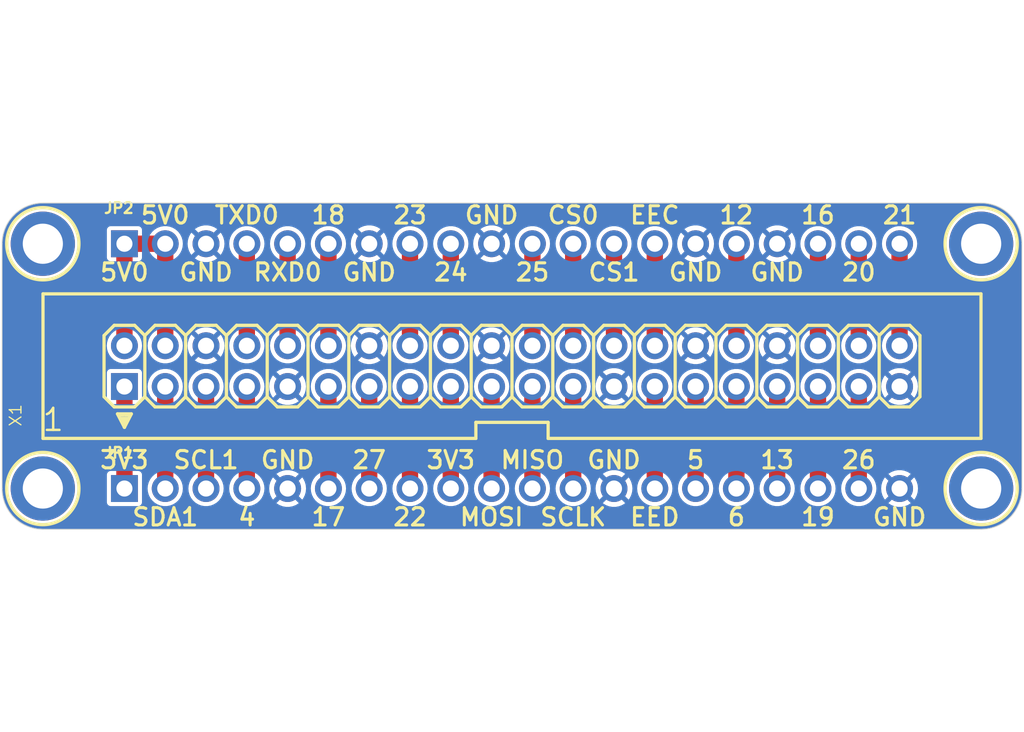
<source format=kicad_pcb>
(kicad_pcb (version 20221018) (generator pcbnew)
  (layers (0 "F.Cu" signal) (31 "B.Cu" signal) (34 "B.Paste" user) (35 "F.Paste" user) (36 "B.SilkS" user "B.Silkscreen") (37 "F.SilkS" user "F.Silkscreen") (38 "B.Mask" user) (39 "F.Mask" user) (44 "Edge.Cuts" user))
  (net 0 "")
  (net 1 "N$1")
  (net 2 "N$4")
  (net 3 "N$5")
  (net 4 "N$6")
  (net 5 "N$8")
  (net 6 "N$9")
  (net 7 "N$11")
  (net 8 "N$12")
  (net 9 "N$13")
  (net 10 "N$14")
  (net 11 "N$16")
  (net 12 "N$18")
  (net 13 "N$19")
  (net 14 "N$20")
  (net 15 "N$21")
  (net 16 "N$22")
  (net 17 "N$23")
  (net 18 "N$24")
  (net 19 "N$26")
  (net 20 "N$27")
  (net 21 "N$28")
  (net 22 "N$29")
  (net 23 "N$30")
  (net 24 "N$31")
  (net 25 "N$32")
  (net 26 "N$34")
  (net 27 "N$35")
  (net 28 "N$36")
  (net 29 "N$37")
  (net 30 "N$38")
  (net 31 "N$39")
  (net 32 "GND")
  (footprint "working:MOUNTINGHOLE_2.5_PLATED_THICK" (layer "F.Cu") (at 177.7111 97.3836)
    (fp_text reference "U$2" hide)
    (fp_text value "MOUNTINGHOLE2.5_THICK" hide)
    (fp_circle (center 0 0) (end 2.25 0) (stroke (width 0.2032)) (fill none) (layer "F.SilkS"))
    (pad "P$1" thru_hole circle (at 0 0) (size 4 4) (drill 2.5) (layers "*.Cu" "*.Mask"))
    (zone (net 0) (net_name "") (layer "B.Cu") (connect_pads (clearance 0)) (min_thickness 0.25)
      (keepout (tracks not_allowed) (vias not_allowed) (pads not_allowed) (copperpour not_allowed) (footprints allowed))
      (fill (thermal_gap 0.5) (thermal_bridge_width 0.5))
      (polygon (pts (xy 179.9771 97.3836) (xy 179.956882 97.081572) (xy 179.896587 96.784933) (xy 179.797293 96.498978) (xy 179.66077 96.228809) (xy 179.489455 95.979247) (xy 179.286406 95.754746) (xy 179.055245 95.559311) (xy 178.800098 95.396431) (xy 178.525518 95.269013) (xy 178.236404 95.179329) (xy 177.937917 95.12898) (xy 177.635382 95.118865) (xy 177.334198 95.149165) (xy 177.03974 95.219338) (xy 176.757262 95.328132) (xy 176.491805 95.473606) (xy 176.248107 95.653164) (xy 176.030516 95.863602) (xy 175.842915 96.101164) (xy 175.688652 96.361611) (xy 175.57048 96.640296) (xy 175.490507 96.932245) (xy 175.45016 97.232248) (xy 175.45016 97.534952) (xy 175.490507 97.834955) (xy 175.57048 98.126904) (xy 175.688652 98.405589) (xy 175.842915 98.666036) (xy 176.030516 98.903598) (xy 176.248107 99.114036) (xy 176.491805 99.293594) (xy 176.757262 99.439068) (xy 177.03974 99.547862) (xy 177.334198 99.618035) (xy 177.635382 99.648335) (xy 177.937917 99.63822) (xy 178.236404 99.587871) (xy 178.525518 99.498187) (xy 178.800098 99.370769) (xy 179.055245 99.207889) (xy 179.286406 99.012454) (xy 179.489455 98.787953) (xy 179.66077 98.538391) (xy 179.797293 98.268222) (xy 179.896587 97.982267) (xy 179.956882 97.685628)))
      (polygon (pts (xy 177.9451 97.3836) (xy 177.92487 97.288424) (xy 177.867677 97.209704) (xy 177.78341 97.161053) (xy 177.68664 97.150882) (xy 177.5941 97.18095) (xy 177.52179 97.246058) (xy 177.482213 97.334949) (xy 177.482213 97.432251) (xy 177.52179 97.521142) (xy 177.5941 97.58625) (xy 177.68664 97.616318) (xy 177.78341 97.606147) (xy 177.867677 97.557496) (xy 177.92487 97.478776)))
    )
  )
  (footprint "working:MOUNTINGHOLE_2.5_PLATED_THICK" (layer "F.Cu") (at 119.2911 97.3836)
    (fp_text reference "U$1" hide)
    (fp_text value "MOUNTINGHOLE2.5_THICK" hide)
    (fp_circle (center 0 0) (end 2.25 0) (stroke (width 0.2032)) (fill none) (layer "F.SilkS"))
    (pad "P$1" thru_hole circle (at 0 0) (size 4 4) (drill 2.5) (layers "*.Cu" "*.Mask"))
    (zone (net 0) (net_name "") (layer "B.Cu") (connect_pads (clearance 0)) (min_thickness 0.25)
      (keepout (tracks not_allowed) (vias not_allowed) (pads not_allowed) (copperpour not_allowed) (footprints allowed))
      (fill (thermal_gap 0.5) (thermal_bridge_width 0.5))
      (polygon (pts (xy 121.5571 97.3836) (xy 121.536882 97.081572) (xy 121.476587 96.784933) (xy 121.377293 96.498978) (xy 121.24077 96.228809) (xy 121.069455 95.979247) (xy 120.866406 95.754746) (xy 120.635245 95.559311) (xy 120.380098 95.396431) (xy 120.105518 95.269013) (xy 119.816404 95.179329) (xy 119.517917 95.12898) (xy 119.215382 95.118865) (xy 118.914198 95.149165) (xy 118.61974 95.219338) (xy 118.337262 95.328132) (xy 118.071805 95.473606) (xy 117.828107 95.653164) (xy 117.610516 95.863602) (xy 117.422915 96.101164) (xy 117.268652 96.361611) (xy 117.15048 96.640296) (xy 117.070507 96.932245) (xy 117.03016 97.232248) (xy 117.03016 97.534952) (xy 117.070507 97.834955) (xy 117.15048 98.126904) (xy 117.268652 98.405589) (xy 117.422915 98.666036) (xy 117.610516 98.903598) (xy 117.828107 99.114036) (xy 118.071805 99.293594) (xy 118.337262 99.439068) (xy 118.61974 99.547862) (xy 118.914198 99.618035) (xy 119.215382 99.648335) (xy 119.517917 99.63822) (xy 119.816404 99.587871) (xy 120.105518 99.498187) (xy 120.380098 99.370769) (xy 120.635245 99.207889) (xy 120.866406 99.012454) (xy 121.069455 98.787953) (xy 121.24077 98.538391) (xy 121.377293 98.268222) (xy 121.476587 97.982267) (xy 121.536882 97.685628)))
      (polygon (pts (xy 119.5251 97.3836) (xy 119.50487 97.288424) (xy 119.447677 97.209704) (xy 119.36341 97.161053) (xy 119.26664 97.150882) (xy 119.1741 97.18095) (xy 119.10179 97.246058) (xy 119.062213 97.334949) (xy 119.062213 97.432251) (xy 119.10179 97.521142) (xy 119.1741 97.58625) (xy 119.26664 97.616318) (xy 119.36341 97.606147) (xy 119.447677 97.557496) (xy 119.50487 97.478776)))
    )
  )
  (footprint "working:MOUNTINGHOLE_2.5_PLATED_THICK" (layer "F.Cu") (at 119.2911 112.6236)
    (fp_text reference "U$3" hide)
    (fp_text value "MOUNTINGHOLE2.5_THICK" hide)
    (fp_circle (center 0 0) (end 2.25 0) (stroke (width 0.2032)) (fill none) (layer "F.SilkS"))
    (pad "P$1" thru_hole circle (at 0 0) (size 4 4) (drill 2.5) (layers "*.Cu" "*.Mask"))
    (zone (net 0) (net_name "") (layer "B.Cu") (connect_pads (clearance 0)) (min_thickness 0.25)
      (keepout (tracks not_allowed) (vias not_allowed) (pads not_allowed) (copperpour not_allowed) (footprints allowed))
      (fill (thermal_gap 0.5) (thermal_bridge_width 0.5))
      (polygon (pts (xy 121.5571 112.6236) (xy 121.536882 112.321572) (xy 121.476587 112.024933) (xy 121.377293 111.738978) (xy 121.24077 111.468809) (xy 121.069455 111.219247) (xy 120.866406 110.994746) (xy 120.635245 110.799311) (xy 120.380098 110.636431) (xy 120.105518 110.509013) (xy 119.816404 110.419329) (xy 119.517917 110.36898) (xy 119.215382 110.358865) (xy 118.914198 110.389165) (xy 118.61974 110.459338) (xy 118.337262 110.568132) (xy 118.071805 110.713606) (xy 117.828107 110.893164) (xy 117.610516 111.103602) (xy 117.422915 111.341164) (xy 117.268652 111.601611) (xy 117.15048 111.880296) (xy 117.070507 112.172245) (xy 117.03016 112.472248) (xy 117.03016 112.774952) (xy 117.070507 113.074955) (xy 117.15048 113.366904) (xy 117.268652 113.645589) (xy 117.422915 113.906036) (xy 117.610516 114.143598) (xy 117.828107 114.354036) (xy 118.071805 114.533594) (xy 118.337262 114.679068) (xy 118.61974 114.787862) (xy 118.914198 114.858035) (xy 119.215382 114.888335) (xy 119.517917 114.87822) (xy 119.816404 114.827871) (xy 120.105518 114.738187) (xy 120.380098 114.610769) (xy 120.635245 114.447889) (xy 120.866406 114.252454) (xy 121.069455 114.027953) (xy 121.24077 113.778391) (xy 121.377293 113.508222) (xy 121.476587 113.222267) (xy 121.536882 112.925628)))
      (polygon (pts (xy 119.5251 112.6236) (xy 119.50487 112.528424) (xy 119.447677 112.449704) (xy 119.36341 112.401053) (xy 119.26664 112.390882) (xy 119.1741 112.42095) (xy 119.10179 112.486058) (xy 119.062213 112.574949) (xy 119.062213 112.672251) (xy 119.10179 112.761142) (xy 119.1741 112.82625) (xy 119.26664 112.856318) (xy 119.36341 112.846147) (xy 119.447677 112.797496) (xy 119.50487 112.718776)))
    )
  )
  (footprint "working:RASPBERRYPI_B+_IDC" (layer "F.Cu") (at 148.5011 105.0036 90)
    (fp_text reference "X1" (at -3.81 -30.48 90) (layer "F.SilkS") (effects (font (size 0.73152 0.73152) (thickness 0.08128)) (justify left bottom)))
    (fp_text value "")
    (fp_text user "1" (at -2.54 -27.813 180) (layer "F.SilkS") (effects (font (size 1.3716 1.3716) (thickness 0.1524)) (justify right top)))
    (fp_line (start -4.5 -29.2) (end -4.5 -2.25) (stroke (width 0.2032)) (layer "F.SilkS"))
    (fp_line (start -4.5 -2.25) (end -3.5 -2.25) (stroke (width 0.2032)) (layer "F.SilkS"))
    (fp_line (start -4.5 2.25) (end -4.5 29.2) (stroke (width 0.2032)) (layer "F.SilkS"))
    (fp_line (start -3.81 -24.13) (end -3.556 -24.13) (stroke (width 0.2032)) (layer "F.SilkS"))
    (fp_line (start -3.81 -24.13) (end -2.9718 -24.5618) (stroke (width 0.2032)) (layer "F.SilkS"))
    (fp_line (start -3.5 -2.25) (end -3.5 2.25) (stroke (width 0.2032)) (layer "F.SilkS"))
    (fp_line (start -3.5 2.25) (end -4.5 2.25) (stroke (width 0.2032)) (layer "F.SilkS"))
    (fp_line (start -2.9718 -24.5618) (end -2.9718 -23.6982) (stroke (width 0.2032)) (layer "F.SilkS"))
    (fp_line (start -2.9718 -23.6982) (end -3.81 -24.13) (stroke (width 0.2032)) (layer "F.SilkS"))
    (fp_line (start -2.54 -24.765) (end -2.54 -23.495) (stroke (width 0.2032)) (layer "F.SilkS"))
    (fp_line (start -2.54 -23.495) (end -1.905 -22.86) (stroke (width 0.2032)) (layer "F.SilkS"))
    (fp_line (start -2.54 -22.225) (end -2.54 -20.955) (stroke (width 0.2032)) (layer "F.SilkS"))
    (fp_line (start -2.54 -20.955) (end -1.905 -20.32) (stroke (width 0.2032)) (layer "F.SilkS"))
    (fp_line (start -2.54 -19.685) (end -2.54 -18.415) (stroke (width 0.2032)) (layer "F.SilkS"))
    (fp_line (start -2.54 -18.415) (end -1.905 -17.78) (stroke (width 0.2032)) (layer "F.SilkS"))
    (fp_line (start -2.54 -17.145) (end -2.54 -15.875) (stroke (width 0.2032)) (layer "F.SilkS"))
    (fp_line (start -2.54 -15.875) (end -1.905 -15.24) (stroke (width 0.2032)) (layer "F.SilkS"))
    (fp_line (start -2.54 -14.605) (end -2.54 -13.335) (stroke (width 0.2032)) (layer "F.SilkS"))
    (fp_line (start -2.54 -13.335) (end -1.905 -12.7) (stroke (width 0.2032)) (layer "F.SilkS"))
    (fp_line (start -2.54 -12.065) (end -2.54 -10.795) (stroke (width 0.2032)) (layer "F.SilkS"))
    (fp_line (start -2.54 -10.795) (end -1.905 -10.16) (stroke (width 0.2032)) (layer "F.SilkS"))
    (fp_line (start -2.54 -8.255) (end -2.54 -9.525) (stroke (width 0.2032)) (layer "F.SilkS"))
    (fp_line (start -2.54 -5.715) (end -2.54 -6.985) (stroke (width 0.2032)) (layer "F.SilkS"))
    (fp_line (start -2.54 -3.175) (end -2.54 -4.445) (stroke (width 0.2032)) (layer "F.SilkS"))
    (fp_line (start -2.54 -0.635) (end -2.54 -1.905) (stroke (width 0.2032)) (layer "F.SilkS"))
    (fp_line (start -2.54 1.905) (end -2.54 0.635) (stroke (width 0.2032)) (layer "F.SilkS"))
    (fp_line (start -2.54 4.445) (end -2.54 3.175) (stroke (width 0.2032)) (layer "F.SilkS"))
    (fp_line (start -2.54 6.985) (end -2.54 5.715) (stroke (width 0.2032)) (layer "F.SilkS"))
    (fp_line (start -2.54 9.525) (end -2.54 8.255) (stroke (width 0.2032)) (layer "F.SilkS"))
    (fp_line (start -2.54 12.065) (end -2.54 10.795) (stroke (width 0.2032)) (layer "F.SilkS"))
    (fp_line (start -2.54 14.605) (end -2.54 13.335) (stroke (width 0.2032)) (layer "F.SilkS"))
    (fp_line (start -2.54 17.145) (end -2.54 15.875) (stroke (width 0.2032)) (layer "F.SilkS"))
    (fp_line (start -2.54 19.685) (end -2.54 18.415) (stroke (width 0.2032)) (layer "F.SilkS"))
    (fp_line (start -2.54 22.225) (end -2.54 20.955) (stroke (width 0.2032)) (layer "F.SilkS"))
    (fp_line (start -2.54 24.765) (end -2.54 23.495) (stroke (width 0.2032)) (layer "F.SilkS"))
    (fp_line (start -1.905 -25.4) (end -2.54 -24.765) (stroke (width 0.2032)) (layer "F.SilkS"))
    (fp_line (start -1.905 -25.4) (end 1.905 -25.4) (stroke (width 0.2032)) (layer "F.SilkS"))
    (fp_line (start -1.905 -22.86) (end -2.54 -22.225) (stroke (width 0.2032)) (layer "F.SilkS"))
    (fp_line (start -1.905 -20.32) (end -2.54 -19.685) (stroke (width 0.2032)) (layer "F.SilkS"))
    (fp_line (start -1.905 -17.78) (end -2.54 -17.145) (stroke (width 0.2032)) (layer "F.SilkS"))
    (fp_line (start -1.905 -15.24) (end -2.54 -14.605) (stroke (width 0.2032)) (layer "F.SilkS"))
    (fp_line (start -1.905 -12.7) (end -2.54 -12.065) (stroke (width 0.2032)) (layer "F.SilkS"))
    (fp_line (start -1.905 -10.16) (end -2.54 -9.525) (stroke (width 0.2032)) (layer "F.SilkS"))
    (fp_line (start -1.905 -7.62) (end -2.54 -8.255) (stroke (width 0.2032)) (layer "F.SilkS"))
    (fp_line (start -1.905 -7.62) (end -2.54 -6.985) (stroke (width 0.2032)) (layer "F.SilkS"))
    (fp_line (start -1.905 -5.08) (end -2.54 -5.715) (stroke (width 0.2032)) (layer "F.SilkS"))
    (fp_line (start -1.905 -5.08) (end -2.54 -4.445) (stroke (width 0.2032)) (layer "F.SilkS"))
    (fp_line (start -1.905 -2.54) (end -2.54 -3.175) (stroke (width 0.2032)) (layer "F.SilkS"))
    (fp_line (start -1.905 -2.54) (end -2.54 -1.905) (stroke (width 0.2032)) (layer "F.SilkS"))
    (fp_line (start -1.905 0) (end -2.54 -0.635) (stroke (width 0.2032)) (layer "F.SilkS"))
    (fp_line (start -1.905 0) (end -2.54 0.635) (stroke (width 0.2032)) (layer "F.SilkS"))
    (fp_line (start -1.905 2.54) (end -2.54 1.905) (stroke (width 0.2032)) (layer "F.SilkS"))
    (fp_line (start -1.905 2.54) (end -2.54 3.175) (stroke (width 0.2032)) (layer "F.SilkS"))
    (fp_line (start -1.905 5.08) (end -2.54 4.445) (stroke (width 0.2032)) (layer "F.SilkS"))
    (fp_line (start -1.905 5.08) (end -2.54 5.715) (stroke (width 0.2032)) (layer "F.SilkS"))
    (fp_line (start -1.905 7.62) (end -2.54 6.985) (stroke (width 0.2032)) (layer "F.SilkS"))
    (fp_line (start -1.905 7.62) (end -2.54 8.255) (stroke (width 0.2032)) (layer "F.SilkS"))
    (fp_line (start -1.905 10.16) (end -2.54 9.525) (stroke (width 0.2032)) (layer "F.SilkS"))
    (fp_line (start -1.905 10.16) (end -2.54 10.795) (stroke (width 0.2032)) (layer "F.SilkS"))
    (fp_line (start -1.905 12.7) (end -2.54 12.065) (stroke (width 0.2032)) (layer "F.SilkS"))
    (fp_line (start -1.905 12.7) (end -2.54 13.335) (stroke (width 0.2032)) (layer "F.SilkS"))
    (fp_line (start -1.905 15.24) (end -2.54 14.605) (stroke (width 0.2032)) (layer "F.SilkS"))
    (fp_line (start -1.905 15.24) (end -2.54 15.875) (stroke (width 0.2032)) (layer "F.SilkS"))
    (fp_line (start -1.905 17.78) (end -2.54 17.145) (stroke (width 0.2032)) (layer "F.SilkS"))
    (fp_line (start -1.905 17.78) (end -2.54 18.415) (stroke (width 0.2032)) (layer "F.SilkS"))
    (fp_line (start -1.905 20.32) (end -2.54 19.685) (stroke (width 0.2032)) (layer "F.SilkS"))
    (fp_line (start -1.905 20.32) (end -2.54 20.955) (stroke (width 0.2032)) (layer "F.SilkS"))
    (fp_line (start -1.905 22.86) (end -2.54 22.225) (stroke (width 0.2032)) (layer "F.SilkS"))
    (fp_line (start -1.905 22.86) (end -2.54 23.495) (stroke (width 0.2032)) (layer "F.SilkS"))
    (fp_line (start -1.905 25.4) (end -2.54 24.765) (stroke (width 0.2032)) (layer "F.SilkS"))
    (fp_line (start 1.905 -25.4) (end 2.54 -24.765) (stroke (width 0.2032)) (layer "F.SilkS"))
    (fp_line (start 1.905 -22.86) (end -1.905 -22.86) (stroke (width 0.2032)) (layer "F.SilkS"))
    (fp_line (start 1.905 -22.86) (end 2.54 -22.225) (stroke (width 0.2032)) (layer "F.SilkS"))
    (fp_line (start 1.905 -20.32) (end -1.905 -20.32) (stroke (width 0.2032)) (layer "F.SilkS"))
    (fp_line (start 1.905 -20.32) (end 2.54 -19.685) (stroke (width 0.2032)) (layer "F.SilkS"))
    (fp_line (start 1.905 -17.78) (end -1.905 -17.78) (stroke (width 0.2032)) (layer "F.SilkS"))
    (fp_line (start 1.905 -17.78) (end 2.54 -17.145) (stroke (width 0.2032)) (layer "F.SilkS"))
    (fp_line (start 1.905 -15.24) (end -1.905 -15.24) (stroke (width 0.2032)) (layer "F.SilkS"))
    (fp_line (start 1.905 -15.24) (end 2.54 -14.605) (stroke (width 0.2032)) (layer "F.SilkS"))
    (fp_line (start 1.905 -12.7) (end -1.905 -12.7) (stroke (width 0.2032)) (layer "F.SilkS"))
    (fp_line (start 1.905 -12.7) (end 2.54 -12.065) (stroke (width 0.2032)) (layer "F.SilkS"))
    (fp_line (start 1.905 -10.16) (end -1.905 -10.16) (stroke (width 0.2032)) (layer "F.SilkS"))
    (fp_line (start 1.905 -10.16) (end 2.54 -9.525) (stroke (width 0.2032)) (layer "F.SilkS"))
    (fp_line (start 1.905 -7.62) (end -1.905 -7.62) (stroke (width 0.2032)) (layer "F.SilkS"))
    (fp_line (start 1.905 -7.62) (end 2.54 -6.985) (stroke (width 0.2032)) (layer "F.SilkS"))
    (fp_line (start 1.905 -5.08) (end -1.905 -5.08) (stroke (width 0.2032)) (layer "F.SilkS"))
    (fp_line (start 1.905 -5.08) (end 2.54 -4.445) (stroke (width 0.2032)) (layer "F.SilkS"))
    (fp_line (start 1.905 -2.54) (end -1.905 -2.54) (stroke (width 0.2032)) (layer "F.SilkS"))
    (fp_line (start 1.905 -2.54) (end 2.54 -1.905) (stroke (width 0.2032)) (layer "F.SilkS"))
    (fp_line (start 1.905 0) (end -1.905 0) (stroke (width 0.2032)) (layer "F.SilkS"))
    (fp_line (start 1.905 0) (end 2.54 0.635) (stroke (width 0.2032)) (layer "F.SilkS"))
    (fp_line (start 1.905 2.54) (end -1.905 2.54) (stroke (width 0.2032)) (layer "F.SilkS"))
    (fp_line (start 1.905 2.54) (end 2.54 3.175) (stroke (width 0.2032)) (layer "F.SilkS"))
    (fp_line (start 1.905 5.08) (end -1.905 5.08) (stroke (width 0.2032)) (layer "F.SilkS"))
    (fp_line (start 1.905 5.08) (end 2.54 4.445) (stroke (width 0.2032)) (layer "F.SilkS"))
    (fp_line (start 1.905 5.08) (end 2.54 5.715) (stroke (width 0.2032)) (layer "F.SilkS"))
    (fp_line (start 1.905 7.62) (end -1.905 7.62) (stroke (width 0.2032)) (layer "F.SilkS"))
    (fp_line (start 1.905 7.62) (end 2.54 8.255) (stroke (width 0.2032)) (layer "F.SilkS"))
    (fp_line (start 1.905 10.16) (end -1.905 10.16) (stroke (width 0.2032)) (layer "F.SilkS"))
    (fp_line (start 1.905 10.16) (end 2.54 10.795) (stroke (width 0.2032)) (layer "F.SilkS"))
    (fp_line (start 1.905 12.7) (end -1.905 12.7) (stroke (width 0.2032)) (layer "F.SilkS"))
    (fp_line (start 1.905 12.7) (end 2.54 13.335) (stroke (width 0.2032)) (layer "F.SilkS"))
    (fp_line (start 1.905 15.24) (end -1.905 15.24) (stroke (width 0.2032)) (layer "F.SilkS"))
    (fp_line (start 1.905 15.24) (end 2.54 15.875) (stroke (width 0.2032)) (layer "F.SilkS"))
    (fp_line (start 1.905 17.78) (end -1.905 17.78) (stroke (width 0.2032)) (layer "F.SilkS"))
    (fp_line (start 1.905 17.78) (end 2.54 18.415) (stroke (width 0.2032)) (layer "F.SilkS"))
    (fp_line (start 1.905 20.32) (end -1.905 20.32) (stroke (width 0.2032)) (layer "F.SilkS"))
    (fp_line (start 1.905 20.32) (end 2.54 20.955) (stroke (width 0.2032)) (layer "F.SilkS"))
    (fp_line (start 1.905 22.86) (end -1.905 22.86) (stroke (width 0.2032)) (layer "F.SilkS"))
    (fp_line (start 1.905 22.86) (end 2.54 23.495) (stroke (width 0.2032)) (layer "F.SilkS"))
    (fp_line (start 1.905 25.4) (end -1.905 25.4) (stroke (width 0.2032)) (layer "F.SilkS"))
    (fp_line (start 2.54 -24.765) (end 2.54 -23.495) (stroke (width 0.2032)) (layer "F.SilkS"))
    (fp_line (start 2.54 -23.495) (end 1.905 -22.86) (stroke (width 0.2032)) (layer "F.SilkS"))
    (fp_line (start 2.54 -22.225) (end 2.54 -20.955) (stroke (width 0.2032)) (layer "F.SilkS"))
    (fp_line (start 2.54 -20.955) (end 1.905 -20.32) (stroke (width 0.2032)) (layer "F.SilkS"))
    (fp_line (start 2.54 -19.685) (end 2.54 -18.415) (stroke (width 0.2032)) (layer "F.SilkS"))
    (fp_line (start 2.54 -18.415) (end 1.905 -17.78) (stroke (width 0.2032)) (layer "F.SilkS"))
    (fp_line (start 2.54 -17.145) (end 2.54 -15.875) (stroke (width 0.2032)) (layer "F.SilkS"))
    (fp_line (start 2.54 -15.875) (end 1.905 -15.24) (stroke (width 0.2032)) (layer "F.SilkS"))
    (fp_line (start 2.54 -14.605) (end 2.54 -13.335) (stroke (width 0.2032)) (layer "F.SilkS"))
    (fp_line (start 2.54 -13.335) (end 1.905 -12.7) (stroke (width 0.2032)) (layer "F.SilkS"))
    (fp_line (start 2.54 -12.065) (end 2.54 -10.795) (stroke (width 0.2032)) (layer "F.SilkS"))
    (fp_line (start 2.54 -10.795) (end 1.905 -10.16) (stroke (width 0.2032)) (layer "F.SilkS"))
    (fp_line (start 2.54 -9.525) (end 2.54 -8.255) (stroke (width 0.2032)) (layer "F.SilkS"))
    (fp_line (start 2.54 -8.255) (end 1.905 -7.62) (stroke (width 0.2032)) (layer "F.SilkS"))
    (fp_line (start 2.54 -6.985) (end 2.54 -5.715) (stroke (width 0.2032)) (layer "F.SilkS"))
    (fp_line (start 2.54 -5.715) (end 1.905 -5.08) (stroke (width 0.2032)) (layer "F.SilkS"))
    (fp_line (start 2.54 -4.445) (end 2.54 -3.175) (stroke (width 0.2032)) (layer "F.SilkS"))
    (fp_line (start 2.54 -3.175) (end 1.905 -2.54) (stroke (width 0.2032)) (layer "F.SilkS"))
    (fp_line (start 2.54 -1.905) (end 2.54 -0.635) (stroke (width 0.2032)) (layer "F.SilkS"))
    (fp_line (start 2.54 -0.635) (end 1.905 0) (stroke (width 0.2032)) (layer "F.SilkS"))
    (fp_line (start 2.54 0.635) (end 2.54 1.905) (stroke (width 0.2032)) (layer "F.SilkS"))
    (fp_line (start 2.54 1.905) (end 1.905 2.54) (stroke (width 0.2032)) (layer "F.SilkS"))
    (fp_line (start 2.54 3.175) (end 2.54 4.445) (stroke (width 0.2032)) (layer "F.SilkS"))
    (fp_line (start 2.54 6.985) (end 1.905 7.62) (stroke (width 0.2032)) (layer "F.SilkS"))
    (fp_line (start 2.54 6.985) (end 2.54 5.715) (stroke (width 0.2032)) (layer "F.SilkS"))
    (fp_line (start 2.54 9.525) (end 1.905 10.16) (stroke (width 0.2032)) (layer "F.SilkS"))
    (fp_line (start 2.54 9.525) (end 2.54 8.255) (stroke (width 0.2032)) (layer "F.SilkS"))
    (fp_line (start 2.54 12.065) (end 1.905 12.7) (stroke (width 0.2032)) (layer "F.SilkS"))
    (fp_line (start 2.54 12.065) (end 2.54 10.795) (stroke (width 0.2032)) (layer "F.SilkS"))
    (fp_line (start 2.54 14.605) (end 1.905 15.24) (stroke (width 0.2032)) (layer "F.SilkS"))
    (fp_line (start 2.54 14.605) (end 2.54 13.335) (stroke (width 0.2032)) (layer "F.SilkS"))
    (fp_line (start 2.54 17.145) (end 1.905 17.78) (stroke (width 0.2032)) (layer "F.SilkS"))
    (fp_line (start 2.54 17.145) (end 2.54 15.875) (stroke (width 0.2032)) (layer "F.SilkS"))
    (fp_line (start 2.54 19.685) (end 1.905 20.32) (stroke (width 0.2032)) (layer "F.SilkS"))
    (fp_line (start 2.54 19.685) (end 2.54 18.415) (stroke (width 0.2032)) (layer "F.SilkS"))
    (fp_line (start 2.54 22.225) (end 1.905 22.86) (stroke (width 0.2032)) (layer "F.SilkS"))
    (fp_line (start 2.54 22.225) (end 2.54 20.955) (stroke (width 0.2032)) (layer "F.SilkS"))
    (fp_line (start 2.54 24.765) (end 1.905 25.4) (stroke (width 0.2032)) (layer "F.SilkS"))
    (fp_line (start 2.54 24.765) (end 2.54 23.495) (stroke (width 0.2032)) (layer "F.SilkS"))
    (fp_line (start 4.5 -29.2) (end -4.5 -29.2) (stroke (width 0.2032)) (layer "F.SilkS"))
    (fp_line (start 4.5 29.2) (end -4.5 29.2) (stroke (width 0.2032)) (layer "F.SilkS"))
    (fp_line (start 4.5 29.2) (end 4.5 -29.2) (stroke (width 0.2032)) (layer "F.SilkS"))
    (fp_poly (pts (xy -3.6068 -24.257) (xy -3.6068 -24.003) (xy -3.3528 -24.003) (xy -3.3528 -24.257)) (fill solid) (layer "F.SilkS"))
    (fp_poly (pts (xy -3.4036 -24.384) (xy -3.4036 -23.876) (xy -3.1496 -23.876) (xy -3.1496 -24.384)) (fill solid) (layer "F.SilkS"))
    (fp_poly (pts (xy -3.1496 -24.511) (xy -3.1496 -24.13) (xy -3.0226 -24.13) (xy -3.0226 -24.511)) (fill solid) (layer "F.SilkS"))
    (fp_poly (pts (xy -3.1496 -24.13) (xy -3.1496 -23.749) (xy -3.0226 -23.749) (xy -3.0226 -24.13)) (fill solid) (layer "F.SilkS"))
    (pad "1" thru_hole rect (at -1.27 -24.13) (size 1.6764 1.6764) (drill 1) (layers "*.Cu" "*.Mask") (net 15 "N$21"))
    (pad "2" thru_hole circle (at 1.27 -24.13) (size 1.6764 1.6764) (drill 1) (layers "*.Cu" "*.Mask") (net 1 "N$1"))
    (pad "3" thru_hole circle (at -1.27 -21.59) (size 1.6764 1.6764) (drill 1) (layers "*.Cu" "*.Mask") (net 16 "N$22"))
    (pad "4" thru_hole circle (at 1.27 -21.59) (size 1.6764 1.6764) (drill 1) (layers "*.Cu" "*.Mask") (net 1 "N$1"))
    (pad "5" thru_hole circle (at -1.27 -19.05) (size 1.6764 1.6764) (drill 1) (layers "*.Cu" "*.Mask") (net 17 "N$23"))
    (pad "6" thru_hole circle (at 1.27 -19.05) (size 1.6764 1.6764) (drill 1) (layers "*.Cu" "*.Mask") (net 32 "GND"))
    (pad "7" thru_hole circle (at -1.27 -16.51) (size 1.6764 1.6764) (drill 1) (layers "*.Cu" "*.Mask") (net 18 "N$24"))
    (pad "8" thru_hole circle (at 1.27 -16.51) (size 1.6764 1.6764) (drill 1) (layers "*.Cu" "*.Mask") (net 2 "N$4"))
    (pad "9" thru_hole circle (at -1.27 -13.97) (size 1.6764 1.6764) (drill 1) (layers "*.Cu" "*.Mask") (net 32 "GND"))
    (pad "10" thru_hole circle (at 1.27 -13.97) (size 1.6764 1.6764) (drill 1) (layers "*.Cu" "*.Mask") (net 3 "N$5"))
    (pad "11" thru_hole circle (at -1.27 -11.43) (size 1.6764 1.6764) (drill 1) (layers "*.Cu" "*.Mask") (net 19 "N$26"))
    (pad "12" thru_hole circle (at 1.27 -11.43) (size 1.6764 1.6764) (drill 1) (layers "*.Cu" "*.Mask") (net 4 "N$6"))
    (pad "13" thru_hole circle (at -1.27 -8.89) (size 1.6764 1.6764) (drill 1) (layers "*.Cu" "*.Mask") (net 20 "N$27"))
    (pad "14" thru_hole circle (at 1.27 -8.89) (size 1.6764 1.6764) (drill 1) (layers "*.Cu" "*.Mask") (net 32 "GND"))
    (pad "15" thru_hole circle (at -1.27 -6.35) (size 1.6764 1.6764) (drill 1) (layers "*.Cu" "*.Mask") (net 21 "N$28"))
    (pad "16" thru_hole circle (at 1.27 -6.35) (size 1.6764 1.6764) (drill 1) (layers "*.Cu" "*.Mask") (net 5 "N$8"))
    (pad "17" thru_hole circle (at -1.27 -3.81) (size 1.6764 1.6764) (drill 1) (layers "*.Cu" "*.Mask") (net 22 "N$29"))
    (pad "18" thru_hole circle (at 1.27 -3.81) (size 1.6764 1.6764) (drill 1) (layers "*.Cu" "*.Mask") (net 6 "N$9"))
    (pad "19" thru_hole circle (at -1.27 -1.27) (size 1.6764 1.6764) (drill 1) (layers "*.Cu" "*.Mask") (net 23 "N$30"))
    (pad "20" thru_hole circle (at 1.27 -1.27) (size 1.6764 1.6764) (drill 1) (layers "*.Cu" "*.Mask") (net 32 "GND"))
    (pad "21" thru_hole circle (at -1.27 1.27) (size 1.6764 1.6764) (drill 1) (layers "*.Cu" "*.Mask") (net 24 "N$31"))
    (pad "22" thru_hole circle (at 1.27 1.27) (size 1.6764 1.6764) (drill 1) (layers "*.Cu" "*.Mask") (net 7 "N$11"))
    (pad "23" thru_hole circle (at -1.27 3.81) (size 1.6764 1.6764) (drill 1) (layers "*.Cu" "*.Mask") (net 25 "N$32"))
    (pad "24" thru_hole circle (at 1.27 3.81) (size 1.6764 1.6764) (drill 1) (layers "*.Cu" "*.Mask") (net 8 "N$12"))
    (pad "25" thru_hole circle (at -1.27 6.35) (size 1.6764 1.6764) (drill 1) (layers "*.Cu" "*.Mask") (net 32 "GND"))
    (pad "26" thru_hole circle (at 1.27 6.35) (size 1.6764 1.6764) (drill 1) (layers "*.Cu" "*.Mask") (net 9 "N$13"))
    (pad "27" thru_hole circle (at -1.27 8.89) (size 1.6764 1.6764) (drill 1) (layers "*.Cu" "*.Mask") (net 26 "N$34"))
    (pad "28" thru_hole circle (at 1.27 8.89) (size 1.6764 1.6764) (drill 1) (layers "*.Cu" "*.Mask") (net 10 "N$14"))
    (pad "29" thru_hole circle (at -1.27 11.43) (size 1.6764 1.6764) (drill 1) (layers "*.Cu" "*.Mask") (net 27 "N$35"))
    (pad "30" thru_hole circle (at 1.27 11.43) (size 1.6764 1.6764) (drill 1) (layers "*.Cu" "*.Mask") (net 32 "GND"))
    (pad "31" thru_hole circle (at -1.27 13.97) (size 1.6764 1.6764) (drill 1) (layers "*.Cu" "*.Mask") (net 28 "N$36"))
    (pad "32" thru_hole circle (at 1.27 13.97) (size 1.6764 1.6764) (drill 1) (layers "*.Cu" "*.Mask") (net 11 "N$16"))
    (pad "33" thru_hole circle (at -1.27 16.51) (size 1.6764 1.6764) (drill 1) (layers "*.Cu" "*.Mask") (net 29 "N$37"))
    (pad "34" thru_hole circle (at 1.27 16.51) (size 1.6764 1.6764) (drill 1) (layers "*.Cu" "*.Mask") (net 32 "GND"))
    (pad "35" thru_hole circle (at -1.27 19.05) (size 1.6764 1.6764) (drill 1) (layers "*.Cu" "*.Mask") (net 30 "N$38"))
    (pad "36" thru_hole circle (at 1.27 19.05) (size 1.6764 1.6764) (drill 1) (layers "*.Cu" "*.Mask") (net 12 "N$18"))
    (pad "37" thru_hole circle (at -1.27 21.59) (size 1.6764 1.6764) (drill 1) (layers "*.Cu" "*.Mask") (net 31 "N$39"))
    (pad "38" thru_hole circle (at 1.27 21.59) (size 1.6764 1.6764) (drill 1) (layers "*.Cu" "*.Mask") (net 13 "N$19"))
    (pad "39" thru_hole circle (at -1.27 24.13) (size 1.6764 1.6764) (drill 1) (layers "*.Cu" "*.Mask") (net 32 "GND"))
    (pad "40" thru_hole circle (at 1.27 24.13) (size 1.6764 1.6764) (drill 1) (layers "*.Cu" "*.Mask") (net 14 "N$20"))
  )
  (footprint "working:1X20_ROUND" (layer "F.Cu") (at 148.5011 97.3836)
    (fp_text reference "JP2" (at -25.4762 -1.8288) (layer "F.SilkS") (effects (font (size 0.666496 0.666496) (thickness 0.146304)) (justify left bottom)))
    (fp_text value "")
    (pad "1" thru_hole rect (at -24.13 0 90) (size 1.6764 1.6764) (drill 1) (layers "*.Cu" "*.Mask") (net 1 "N$1"))
    (pad "2" thru_hole circle (at -21.59 0 90) (size 1.6764 1.6764) (drill 1) (layers "*.Cu" "*.Mask") (net 1 "N$1"))
    (pad "3" thru_hole circle (at -19.05 0 90) (size 1.6764 1.6764) (drill 1) (layers "*.Cu" "*.Mask") (net 32 "GND"))
    (pad "4" thru_hole circle (at -16.51 0 90) (size 1.6764 1.6764) (drill 1) (layers "*.Cu" "*.Mask") (net 2 "N$4"))
    (pad "5" thru_hole circle (at -13.97 0 90) (size 1.6764 1.6764) (drill 1) (layers "*.Cu" "*.Mask") (net 3 "N$5"))
    (pad "6" thru_hole circle (at -11.43 0 90) (size 1.6764 1.6764) (drill 1) (layers "*.Cu" "*.Mask") (net 4 "N$6"))
    (pad "7" thru_hole circle (at -8.89 0 90) (size 1.6764 1.6764) (drill 1) (layers "*.Cu" "*.Mask") (net 32 "GND"))
    (pad "8" thru_hole circle (at -6.35 0 90) (size 1.6764 1.6764) (drill 1) (layers "*.Cu" "*.Mask") (net 5 "N$8"))
    (pad "9" thru_hole circle (at -3.81 0 90) (size 1.6764 1.6764) (drill 1) (layers "*.Cu" "*.Mask") (net 6 "N$9"))
    (pad "10" thru_hole circle (at -1.27 0 90) (size 1.6764 1.6764) (drill 1) (layers "*.Cu" "*.Mask") (net 32 "GND"))
    (pad "11" thru_hole circle (at 1.27 0 90) (size 1.6764 1.6764) (drill 1) (layers "*.Cu" "*.Mask") (net 7 "N$11"))
    (pad "12" thru_hole circle (at 3.81 0 90) (size 1.6764 1.6764) (drill 1) (layers "*.Cu" "*.Mask") (net 8 "N$12"))
    (pad "13" thru_hole circle (at 6.35 0 90) (size 1.6764 1.6764) (drill 1) (layers "*.Cu" "*.Mask") (net 9 "N$13"))
    (pad "14" thru_hole circle (at 8.89 0 90) (size 1.6764 1.6764) (drill 1) (layers "*.Cu" "*.Mask") (net 10 "N$14"))
    (pad "15" thru_hole circle (at 11.43 0 90) (size 1.6764 1.6764) (drill 1) (layers "*.Cu" "*.Mask") (net 32 "GND"))
    (pad "16" thru_hole circle (at 13.97 0 90) (size 1.6764 1.6764) (drill 1) (layers "*.Cu" "*.Mask") (net 11 "N$16"))
    (pad "17" thru_hole circle (at 16.51 0 90) (size 1.6764 1.6764) (drill 1) (layers "*.Cu" "*.Mask") (net 32 "GND"))
    (pad "18" thru_hole circle (at 19.05 0 90) (size 1.6764 1.6764) (drill 1) (layers "*.Cu" "*.Mask") (net 12 "N$18"))
    (pad "19" thru_hole circle (at 21.59 0 90) (size 1.6764 1.6764) (drill 1) (layers "*.Cu" "*.Mask") (net 13 "N$19"))
    (pad "20" thru_hole circle (at 24.13 0 90) (size 1.6764 1.6764) (drill 1) (layers "*.Cu" "*.Mask") (net 14 "N$20"))
  )
  (footprint "working:1X20_ROUND" (layer "F.Cu") (at 148.5011 112.6236)
    (fp_text reference "JP1" (at -25.4762 -1.8288) (layer "F.SilkS") (effects (font (size 0.666496 0.666496) (thickness 0.146304)) (justify left bottom)))
    (fp_text value "")
    (pad "1" thru_hole rect (at -24.13 0 90) (size 1.6764 1.6764) (drill 1) (layers "*.Cu" "*.Mask") (net 15 "N$21"))
    (pad "2" thru_hole circle (at -21.59 0 90) (size 1.6764 1.6764) (drill 1) (layers "*.Cu" "*.Mask") (net 16 "N$22"))
    (pad "3" thru_hole circle (at -19.05 0 90) (size 1.6764 1.6764) (drill 1) (layers "*.Cu" "*.Mask") (net 17 "N$23"))
    (pad "4" thru_hole circle (at -16.51 0 90) (size 1.6764 1.6764) (drill 1) (layers "*.Cu" "*.Mask") (net 18 "N$24"))
    (pad "5" thru_hole circle (at -13.97 0 90) (size 1.6764 1.6764) (drill 1) (layers "*.Cu" "*.Mask") (net 32 "GND"))
    (pad "6" thru_hole circle (at -11.43 0 90) (size 1.6764 1.6764) (drill 1) (layers "*.Cu" "*.Mask") (net 19 "N$26"))
    (pad "7" thru_hole circle (at -8.89 0 90) (size 1.6764 1.6764) (drill 1) (layers "*.Cu" "*.Mask") (net 20 "N$27"))
    (pad "8" thru_hole circle (at -6.35 0 90) (size 1.6764 1.6764) (drill 1) (layers "*.Cu" "*.Mask") (net 21 "N$28"))
    (pad "9" thru_hole circle (at -3.81 0 90) (size 1.6764 1.6764) (drill 1) (layers "*.Cu" "*.Mask") (net 22 "N$29"))
    (pad "10" thru_hole circle (at -1.27 0 90) (size 1.6764 1.6764) (drill 1) (layers "*.Cu" "*.Mask") (net 23 "N$30"))
    (pad "11" thru_hole circle (at 1.27 0 90) (size 1.6764 1.6764) (drill 1) (layers "*.Cu" "*.Mask") (net 24 "N$31"))
    (pad "12" thru_hole circle (at 3.81 0 90) (size 1.6764 1.6764) (drill 1) (layers "*.Cu" "*.Mask") (net 25 "N$32"))
    (pad "13" thru_hole circle (at 6.35 0 90) (size 1.6764 1.6764) (drill 1) (layers "*.Cu" "*.Mask") (net 32 "GND"))
    (pad "14" thru_hole circle (at 8.89 0 90) (size 1.6764 1.6764) (drill 1) (layers "*.Cu" "*.Mask") (net 26 "N$34"))
    (pad "15" thru_hole circle (at 11.43 0 90) (size 1.6764 1.6764) (drill 1) (layers "*.Cu" "*.Mask") (net 27 "N$35"))
    (pad "16" thru_hole circle (at 13.97 0 90) (size 1.6764 1.6764) (drill 1) (layers "*.Cu" "*.Mask") (net 28 "N$36"))
    (pad "17" thru_hole circle (at 16.51 0 90) (size 1.6764 1.6764) (drill 1) (layers "*.Cu" "*.Mask") (net 29 "N$37"))
    (pad "18" thru_hole circle (at 19.05 0 90) (size 1.6764 1.6764) (drill 1) (layers "*.Cu" "*.Mask") (net 30 "N$38"))
    (pad "19" thru_hole circle (at 21.59 0 90) (size 1.6764 1.6764) (drill 1) (layers "*.Cu" "*.Mask") (net 31 "N$39"))
    (pad "20" thru_hole circle (at 24.13 0 90) (size 1.6764 1.6764) (drill 1) (layers "*.Cu" "*.Mask") (net 32 "GND"))
  )
  (footprint "working:MOUNTINGHOLE_2.5_PLATED_THICK" (layer "F.Cu") (at 177.7111 112.6236)
    (fp_text reference "U$4" hide)
    (fp_text value "MOUNTINGHOLE2.5_THICK" hide)
    (fp_circle (center 0 0) (end 2.25 0) (stroke (width 0.2032)) (fill none) (layer "F.SilkS"))
    (pad "P$1" thru_hole circle (at 0 0) (size 4 4) (drill 2.5) (layers "*.Cu" "*.Mask"))
    (zone (net 0) (net_name "") (layer "B.Cu") (connect_pads (clearance 0)) (min_thickness 0.25)
      (keepout (tracks not_allowed) (vias not_allowed) (pads not_allowed) (copperpour not_allowed) (footprints allowed))
      (fill (thermal_gap 0.5) (thermal_bridge_width 0.5))
      (polygon (pts (xy 179.9771 112.6236) (xy 179.956882 112.321572) (xy 179.896587 112.024933) (xy 179.797293 111.738978) (xy 179.66077 111.468809) (xy 179.489455 111.219247) (xy 179.286406 110.994746) (xy 179.055245 110.799311) (xy 178.800098 110.636431) (xy 178.525518 110.509013) (xy 178.236404 110.419329) (xy 177.937917 110.36898) (xy 177.635382 110.358865) (xy 177.334198 110.389165) (xy 177.03974 110.459338) (xy 176.757262 110.568132) (xy 176.491805 110.713606) (xy 176.248107 110.893164) (xy 176.030516 111.103602) (xy 175.842915 111.341164) (xy 175.688652 111.601611) (xy 175.57048 111.880296) (xy 175.490507 112.172245) (xy 175.45016 112.472248) (xy 175.45016 112.774952) (xy 175.490507 113.074955) (xy 175.57048 113.366904) (xy 175.688652 113.645589) (xy 175.842915 113.906036) (xy 176.030516 114.143598) (xy 176.248107 114.354036) (xy 176.491805 114.533594) (xy 176.757262 114.679068) (xy 177.03974 114.787862) (xy 177.334198 114.858035) (xy 177.635382 114.888335) (xy 177.937917 114.87822) (xy 178.236404 114.827871) (xy 178.525518 114.738187) (xy 178.800098 114.610769) (xy 179.055245 114.447889) (xy 179.286406 114.252454) (xy 179.489455 114.027953) (xy 179.66077 113.778391) (xy 179.797293 113.508222) (xy 179.896587 113.222267) (xy 179.956882 112.925628)))
      (polygon (pts (xy 177.9451 112.6236) (xy 177.92487 112.528424) (xy 177.867677 112.449704) (xy 177.78341 112.401053) (xy 177.68664 112.390882) (xy 177.5941 112.42095) (xy 177.52179 112.486058) (xy 177.482213 112.574949) (xy 177.482213 112.672251) (xy 177.52179 112.761142) (xy 177.5941 112.82625) (xy 177.68664 112.856318) (xy 177.78341 112.846147) (xy 177.867677 112.797496) (xy 177.92487 112.718776)))
    )
  )
  (gr_line (start 180.2511 97.3836) (end 180.2511 112.6236) (stroke (width 0.05)) (layer "Edge.Cuts"))
  (gr_arc (start 119.2911 115.1636) (mid 117.495049 114.419651) (end 116.7511 112.6236) (stroke (width 0.05)) (layer "Edge.Cuts"))
  (gr_arc (start 177.7111 94.8436) (mid 179.507151 95.587549) (end 180.2511 97.3836) (stroke (width 0.05)) (layer "Edge.Cuts"))
  (gr_arc (start 116.7511 97.3836) (mid 117.495049 95.587549) (end 119.2911 94.8436) (stroke (width 0.05)) (layer "Edge.Cuts"))
  (gr_line (start 119.2911 94.8436) (end 177.7111 94.8436) (stroke (width 0.05)) (layer "Edge.Cuts"))
  (gr_arc (start 180.2511 112.6236) (mid 179.507151 114.419651) (end 177.7111 115.1636) (stroke (width 0.05)) (layer "Edge.Cuts"))
  (gr_line (start 116.7511 112.6236) (end 116.7511 97.3836) (stroke (width 0.05)) (layer "Edge.Cuts"))
  (gr_line (start 177.7111 115.1636) (end 119.2911 115.1636) (stroke (width 0.05)) (layer "Edge.Cuts"))
  (gr_text "TXD0" (at 131.9911 95.6056) (layer "F.SilkS") (effects (font (size 1.0795 1.0795) (thickness 0.1905))))
  (gr_text "GND" (at 154.8511 110.8456) (layer "F.SilkS") (effects (font (size 1.0795 1.0795) (thickness 0.1905))))
  (gr_text "21" (at 172.6311 95.6056) (layer "F.SilkS") (effects (font (size 1.0795 1.0795) (thickness 0.1905))))
  (gr_text "GND" (at 129.4511 99.1616) (layer "F.SilkS") (effects (font (size 1.0795 1.0795) (thickness 0.1905))))
  (gr_text "12" (at 162.4711 95.6056) (layer "F.SilkS") (effects (font (size 1.0795 1.0795) (thickness 0.1905))))
  (gr_text "RXD0" (at 134.5311 99.1616) (layer "F.SilkS") (effects (font (size 1.0795 1.0795) (thickness 0.1905))))
  (gr_text "20" (at 170.0911 99.1616) (layer "F.SilkS") (effects (font (size 1.0795 1.0795) (thickness 0.1905))))
  (gr_text "EEC" (at 157.3911 95.6056) (layer "F.SilkS") (effects (font (size 1.0795 1.0795) (thickness 0.1905))))
  (gr_text "13" (at 165.0111 110.8456) (layer "F.SilkS") (effects (font (size 1.0795 1.0795) (thickness 0.1905))))
  (gr_text "CS0" (at 152.3111 95.6056) (layer "F.SilkS") (effects (font (size 1.0795 1.0795) (thickness 0.1905))))
  (gr_text "EED" (at 157.3911 114.4016) (layer "F.SilkS") (effects (font (size 1.0795 1.0795) (thickness 0.1905))))
  (gr_text "GND" (at 172.6311 114.4016) (layer "F.SilkS") (effects (font (size 1.0795 1.0795) (thickness 0.1905))))
  (gr_text "3V3" (at 144.6911 110.8456) (layer "F.SilkS") (effects (font (size 1.0795 1.0795) (thickness 0.1905))))
  (gr_text "5V0" (at 124.3711 99.1616) (layer "F.SilkS") (effects (font (size 1.0795 1.0795) (thickness 0.1905))))
  (gr_text "27" (at 139.6111 110.8456) (layer "F.SilkS") (effects (font (size 1.0795 1.0795) (thickness 0.1905))))
  (gr_text "5V0" (at 126.9111 95.6056) (layer "F.SilkS") (effects (font (size 1.0795 1.0795) (thickness 0.1905))))
  (gr_text "MOSI" (at 147.2311 114.4016) (layer "F.SilkS") (effects (font (size 1.0795 1.0795) (thickness 0.1905))))
  (gr_text "16" (at 167.5511 95.6056) (layer "F.SilkS") (effects (font (size 1.0795 1.0795) (thickness 0.1905))))
  (gr_text "6" (at 162.4711 114.4016) (layer "F.SilkS") (effects (font (size 1.0795 1.0795) (thickness 0.1905))))
  (gr_text "5" (at 159.9311 110.8456) (layer "F.SilkS") (effects (font (size 1.0795 1.0795) (thickness 0.1905))))
  (gr_text "4" (at 131.9911 114.4016) (layer "F.SilkS") (effects (font (size 1.0795 1.0795) (thickness 0.1905))))
  (gr_text "GND" (at 139.6111 99.1616) (layer "F.SilkS") (effects (font (size 1.0795 1.0795) (thickness 0.1905))))
  (gr_text "GND" (at 134.5311 110.8456) (layer "F.SilkS") (effects (font (size 1.0795 1.0795) (thickness 0.1905))))
  (gr_text "24" (at 144.6911 99.1616) (layer "F.SilkS") (effects (font (size 1.0795 1.0795) (thickness 0.1905))))
  (gr_text "SCL1" (at 129.4511 110.8456) (layer "F.SilkS") (effects (font (size 1.0795 1.0795) (thickness 0.1905))))
  (gr_text "22" (at 142.1511 114.4016) (layer "F.SilkS") (effects (font (size 1.0795 1.0795) (thickness 0.1905))))
  (gr_text "GND" (at 159.9311 99.1616) (layer "F.SilkS") (effects (font (size 1.0795 1.0795) (thickness 0.1905))))
  (gr_text "26" (at 170.0911 110.8456) (layer "F.SilkS") (effects (font (size 1.0795 1.0795) (thickness 0.1905))))
  (gr_text "MISO" (at 149.7711 110.8456) (layer "F.SilkS") (effects (font (size 1.0795 1.0795) (thickness 0.1905))))
  (gr_text "CS1" (at 154.8511 99.1616) (layer "F.SilkS") (effects (font (size 1.0795 1.0795) (thickness 0.1905))))
  (gr_text "3V3" (at 124.3711 110.8456) (layer "F.SilkS") (effects (font (size 1.0795 1.0795) (thickness 0.1905))))
  (gr_text "17" (at 137.0711 114.4016) (layer "F.SilkS") (effects (font (size 1.0795 1.0795) (thickness 0.1905))))
  (gr_text "25" (at 149.7711 99.1616) (layer "F.SilkS") (effects (font (size 1.0795 1.0795) (thickness 0.1905))))
  (gr_text "19" (at 167.5511 114.4016) (layer "F.SilkS") (effects (font (size 1.0795 1.0795) (thickness 0.1905))))
  (gr_text "SCLK" (at 152.3111 114.4016) (layer "F.SilkS") (effects (font (size 1.0795 1.0795) (thickness 0.1905))))
  (gr_text "GND" (at 165.0111 99.1616) (layer "F.SilkS") (effects (font (size 1.0795 1.0795) (thickness 0.1905))))
  (gr_text "SDA1" (at 126.9111 114.4016) (layer "F.SilkS") (effects (font (size 1.0795 1.0795) (thickness 0.1905))))
  (gr_text "GND" (at 147.2311 95.6056) (layer "F.SilkS") (effects (font (size 1.0795 1.0795) (thickness 0.1905))))
  (gr_text "23" (at 142.1511 95.6056) (layer "F.SilkS") (effects (font (size 1.0795 1.0795) (thickness 0.1905))))
  (gr_text "18" (at 137.0711 95.6056) (layer "F.SilkS") (effects (font (size 1.0795 1.0795) (thickness 0.1905))))
  (segment (start 126.9111 103.7336) (end 126.9111 97.3836) (width 1.016) (layer "F.Cu") (net 1))
  (segment (start 124.3711 97.3836) (end 126.9111 97.3836) (width 1.016) (layer "F.Cu") (net 1))
  (segment (start 124.3711 103.7336) (end 124.3711 97.3836) (width 1.016) (layer "F.Cu") (net 1))
  (segment (start 131.9911 103.7336) (end 131.9911 97.3836) (width 1.016) (layer "F.Cu") (net 2))
  (segment (start 134.5311 103.7336) (end 134.5311 97.3836) (width 1.016) (layer "F.Cu") (net 3))
  (segment (start 137.0711 103.7336) (end 137.0711 97.3836) (width 1.016) (layer "F.Cu") (net 4))
  (segment (start 142.1511 103.7336) (end 142.1511 97.3836) (width 1.016) (layer "F.Cu") (net 5))
  (segment (start 144.6911 103.7336) (end 144.6911 97.3836) (width 1.016) (layer "F.Cu") (net 6))
  (segment (start 149.7711 103.7336) (end 149.7711 97.3836) (width 1.016) (layer "F.Cu") (net 7))
  (segment (start 152.3111 103.7336) (end 152.3111 97.3836) (width 1.016) (layer "F.Cu") (net 8))
  (segment (start 154.8511 103.7336) (end 154.8511 97.3836) (width 1.016) (layer "F.Cu") (net 9))
  (segment (start 157.3911 103.7336) (end 157.3911 97.3836) (width 1.016) (layer "F.Cu") (net 10))
  (segment (start 162.4711 103.7336) (end 162.4711 97.3836) (width 1.016) (layer "F.Cu") (net 11))
  (segment (start 167.5511 103.7336) (end 167.5511 97.3836) (width 1.016) (layer "F.Cu") (net 12))
  (segment (start 170.0911 103.7336) (end 170.0911 97.3836) (width 1.016) (layer "F.Cu") (net 13))
  (segment (start 172.6311 103.7336) (end 172.6311 97.3836) (width 1.016) (layer "F.Cu") (net 14))
  (segment (start 124.3711 106.2736) (end 124.3711 112.6236) (width 1.016) (layer "F.Cu") (net 15))
  (segment (start 126.9111 106.2736) (end 126.9111 112.6236) (width 1.016) (layer "F.Cu") (net 16))
  (segment (start 129.4511 106.2736) (end 129.4511 112.6236) (width 1.016) (layer "F.Cu") (net 17))
  (segment (start 131.9911 106.2736) (end 131.9911 112.6236) (width 1.016) (layer "F.Cu") (net 18))
  (segment (start 137.0711 106.2736) (end 137.0711 112.6236) (width 1.016) (layer "F.Cu") (net 19))
  (segment (start 139.6111 106.2736) (end 139.6111 112.6236) (width 1.016) (layer "F.Cu") (net 20))
  (segment (start 142.1511 106.2736) (end 142.1511 112.6236) (width 1.016) (layer "F.Cu") (net 21))
  (segment (start 144.6911 106.2736) (end 144.6911 112.6236) (width 1.016) (layer "F.Cu") (net 22))
  (segment (start 147.2311 106.2736) (end 147.2311 112.6236) (width 1.016) (layer "F.Cu") (net 23))
  (segment (start 149.7711 106.2736) (end 149.7711 112.6236) (width 1.016) (layer "F.Cu") (net 24))
  (segment (start 152.3111 106.2736) (end 152.3111 112.6236) (width 1.016) (layer "F.Cu") (net 25))
  (segment (start 157.3911 106.2736) (end 157.3911 112.6236) (width 1.016) (layer "F.Cu") (net 26))
  (segment (start 159.9311 106.2736) (end 159.9311 112.6236) (width 1.016) (layer "F.Cu") (net 27))
  (segment (start 162.4711 106.2736) (end 162.4711 112.6236) (width 1.016) (layer "F.Cu") (net 28))
  (segment (start 165.0111 106.2736) (end 165.0111 112.6236) (width 1.016) (layer "F.Cu") (net 29))
  (segment (start 167.5511 106.2736) (end 167.5511 112.6236) (width 1.016) (layer "F.Cu") (net 30))
  (segment (start 170.0911 106.2736) (end 170.0911 112.6236) (width 1.016) (layer "F.Cu") (net 31))
  (zone (net 32) (net_name "GND") (layer "B.Cu") (priority 6) (connect_pads (clearance 0.254)) (min_thickness 0.127) (fill yes (thermal_gap 0.304) (thermal_bridge_width 0.304))
    (polygon (pts (xy 178.032599 94.735815) (xy 178.349411 94.793873) (xy 178.656913 94.889695) (xy 178.950625 95.021884) (xy 179.22626 95.188511) (xy 179.479802 95.387148) (xy 179.707552 95.614898) (xy 179.906189 95.86844) (xy 180.072816 96.144075) (xy 180.205005 96.437787) (xy 180.300827 96.745289) (xy 180.358885 97.062101) (xy 180.3781 97.379763) (xy 180.3781 112.627437) (xy 180.358885 112.945099) (xy 180.300827 113.261911) (xy 180.205005 113.569413) (xy 180.072816 113.863125) (xy 179.906189 114.13876) (xy 179.707552 114.392302) (xy 179.479802 114.620052) (xy 179.22626 114.818689) (xy 178.950625 114.985316) (xy 178.656913 115.117505) (xy 178.349411 115.213327) (xy 178.032599 115.271385) (xy 177.714937 115.2906) (xy 119.287263 115.2906) (xy 118.969601 115.271385) (xy 118.652789 115.213327) (xy 118.345287 115.117505) (xy 118.051575 114.985316) (xy 117.77594 114.818689) (xy 117.522398 114.620052) (xy 117.294648 114.392302) (xy 117.096011 114.13876) (xy 116.929384 113.863125) (xy 116.797195 113.569413) (xy 116.701373 113.261911) (xy 116.643315 112.945099) (xy 116.6241 112.627437) (xy 116.6241 97.379763) (xy 116.643315 97.062101) (xy 116.701373 96.745289) (xy 116.797195 96.437787) (xy 116.929384 96.144075) (xy 117.096011 95.86844) (xy 117.294648 95.614898) (xy 117.522398 95.387148) (xy 117.77594 95.188511) (xy 118.051575 95.021884) (xy 118.345287 94.889695) (xy 118.652789 94.793873) (xy 118.969601 94.735815) (xy 119.287263 94.7166) (xy 177.714937 94.7166)))
  )
)
</source>
